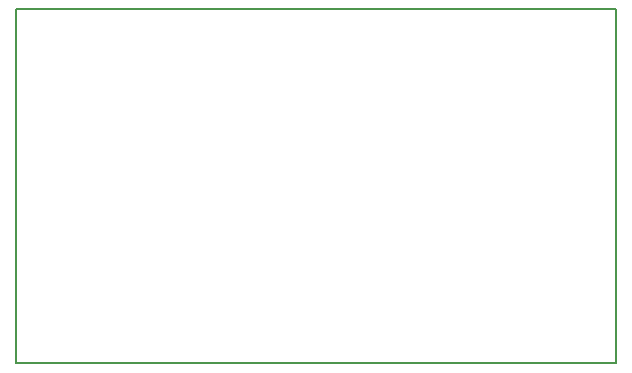
<source format=gbr>
%TF.GenerationSoftware,KiCad,Pcbnew,7.0.5*%
%TF.CreationDate,2023-11-04T20:07:07-04:00*%
%TF.ProjectId,modular,6d6f6475-6c61-4722-9e6b-696361645f70,rev?*%
%TF.SameCoordinates,Original*%
%TF.FileFunction,Profile,NP*%
%FSLAX46Y46*%
G04 Gerber Fmt 4.6, Leading zero omitted, Abs format (unit mm)*
G04 Created by KiCad (PCBNEW 7.0.5) date 2023-11-04 20:07:07*
%MOMM*%
%LPD*%
G01*
G04 APERTURE LIST*
%TA.AperFunction,Profile*%
%ADD10C,0.200000*%
%TD*%
G04 APERTURE END LIST*
D10*
X105620000Y-61370000D02*
X156420000Y-61370000D01*
X156420000Y-91300000D01*
X105620000Y-91300000D01*
X105620000Y-61370000D01*
M02*

</source>
